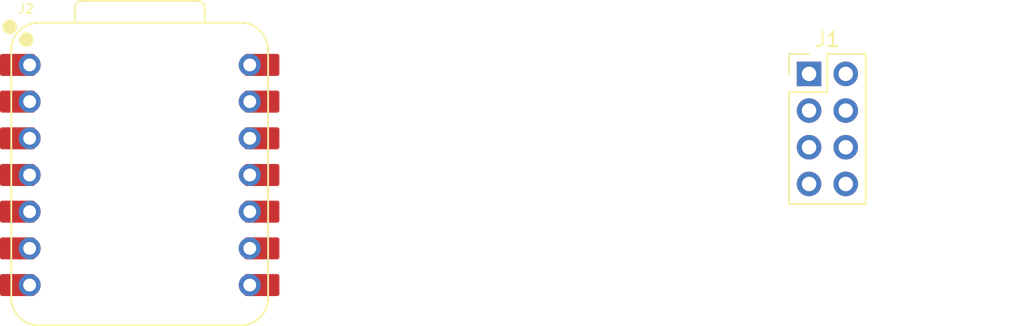
<source format=kicad_pcb>
(kicad_pcb (version 20241229) (generator "pcbnew") (generator_version "9.0")
  (title_block (title "MEM_C0RE") (date "2026-02-18") (rev "vFEB 2026") (comment 1 "Design for JLCPCB 1-2 Layer Service") (comment 3 "Collaborators: Preston Clayton, Cainan Enneking, Julian Montano, Kenric Tee") (comment 4 "Author: Surendra Jammishetti"))
  (layers (0 "F.Cu" signal "Front") (4 "In1.Cu" signal) (6 "In2.Cu" signal) (2 "B.Cu" signal "Back") (13 "F.Paste" user) (15 "B.Paste" user) (5 "F.SilkS" user "F.Silkscreen") (7 "B.SilkS" user "B.Silkscreen") (1 "F.Mask" user) (3 "B.Mask" user) (25 "Edge.Cuts" user))
  (net 0 "")
  (net 4 "/GND")
  (net 5 "/SDA")
  (net 6 "/D{slash}C")
  (net 7 "/3V3")
  (net 8 "/CS")
  (net 9 "/SCL")
  (net 10 "/RES")
  (net 11 "/BUSY")
  (footprint "Seeed Studio XIAO Series Library:XIAO-ESP32C3-DIP" (layer "F.Cu") (at 134.74 108.38)
    (property "Reference" "J2" (at -8 -11.5 0) (layer "F.SilkS") (effects (font (size 0.635 0.635) (thickness 0.1016))))
    (property "Value" "Seeed Studio Xiao ESP32-C3")
    (fp_line (start -9.01 8.509) (end -9.01 -8.636) (stroke (width 0.127)) (layer "F.SilkS"))
    (fp_line (start -7.105 10.414) (end 6.865 10.414) (stroke (width 0.127)) (layer "F.SilkS"))
    (fp_line (start -4.615 -10.541) (end -4.611272 -11.551272) (stroke (width 0.127)) (layer "F.SilkS"))
    (fp_line (start -4.111272 -12.051) (end 3.884 -12.051) (stroke (width 0.127)) (layer "F.SilkS"))
    (fp_line (start 4.384 -11.551) (end 4.384 -10.541) (stroke (width 0.127)) (layer "F.SilkS"))
    (fp_line (start 6.865 -10.541) (end -7.105 -10.541) (stroke (width 0.1)) (layer "F.SilkS"))
    (fp_line (start 6.865 -10.541) (end -7.105 -10.541) (stroke (width 0.127)) (layer "F.SilkS"))
    (fp_line (start 8.77 8.509) (end 8.77 -8.636) (stroke (width 0.127)) (layer "F.SilkS"))
    (fp_arc (start -9.01 -8.636) (mid -8.452038 -9.983038) (end -7.105 -10.541) (stroke (width 0.127)) (layer "F.SilkS"))
    (fp_arc (start -7.105 10.414) (mid -8.452038 9.856038) (end -9.01 8.509) (stroke (width 0.127)) (layer "F.SilkS"))
    (fp_arc (start -4.611272 -11.551272) (mid -4.464728 -11.90464) (end -4.111272 -12.051) (stroke (width 0.127)) (layer "F.SilkS"))
    (fp_arc (start 3.884 -12.051) (mid 4.237553 -11.904553) (end 4.384 -11.551) (stroke (width 0.127)) (layer "F.SilkS"))
    (fp_arc (start 6.865 -10.541) (mid 8.212038 -9.983038) (end 8.77 -8.636) (stroke (width 0.127)) (layer "F.SilkS"))
    (fp_arc (start 8.77 8.509) (mid 8.212038 9.856038) (end 6.865 10.414) (stroke (width 0.127)) (layer "F.SilkS"))
    (fp_circle (center -9.12 -10.25) (end -9.12 -10.504) (stroke (width 0.5)) (fill yes) (layer "F.SilkS"))
    (fp_circle (center -7.977 -9.37) (end -7.977 -9.624) (stroke (width 0.5)) (fill yes) (layer "F.SilkS"))
    (pad "1" smd roundrect (at -8.575 -7.62 180) (size 2.432 1.524) (layers "F.Cu" "F.Mask") (roundrect_rratio 0.1) (net 6 "/D{slash}C"))
    (pad "1" thru_hole circle (at -7.74 -7.62 180) (size 1.524 1.524) (drill 0.889) (layers "*.Cu" "*.Mask") (net 6 "/D{slash}C"))
    (pad "2" smd roundrect (at -8.575 -5.08 180) (size 2.432 1.524) (layers "F.Cu" "F.Mask") (roundrect_rratio 0.1) (net 8 "/CS"))
    (pad "2" thru_hole circle (at -7.74 -5.08 180) (size 1.524 1.524) (drill 0.889) (layers "*.Cu" "*.Mask") (net 8 "/CS"))
    (pad "3" smd roundrect (at -8.575 -2.54 180) (size 2.432 1.524) (layers "F.Cu" "F.Mask") (roundrect_rratio 0.1) (net 10 "/RES"))
    (pad "3" thru_hole circle (at -7.74 -2.54 180) (size 1.524 1.524) (drill 0.889) (layers "*.Cu" "*.Mask") (net 10 "/RES"))
    (pad "4" smd roundrect (at -8.575 0 180) (size 2.432 1.524) (layers "F.Cu" "F.Mask") (roundrect_rratio 0.1) (net 11 "/BUSY"))
    (pad "4" thru_hole circle (at -7.74 0 180) (size 1.524 1.524) (drill 0.889) (layers "*.Cu" "*.Mask") (net 11 "/BUSY"))
    (pad "5" smd roundrect (at -8.575 2.54 180) (size 2.432 1.524) (layers "F.Cu" "F.Mask") (roundrect_rratio 0.1))
    (pad "5" thru_hole circle (at -7.74 2.54 180) (size 1.524 1.524) (drill 0.889) (layers "*.Cu" "*.Mask"))
    (pad "6" smd roundrect (at -8.575 5.08 180) (size 2.432 1.524) (layers "F.Cu" "F.Mask") (roundrect_rratio 0.1))
    (pad "6" thru_hole circle (at -7.74 5.08 180) (size 1.524 1.524) (drill 0.889) (layers "*.Cu" "*.Mask"))
    (pad "7" smd roundrect (at -8.575 7.62 180) (size 2.432 1.524) (layers "F.Cu" "F.Mask") (roundrect_rratio 0.1))
    (pad "7" thru_hole circle (at -7.74 7.62 180) (size 1.524 1.524) (drill 0.889) (layers "*.Cu" "*.Mask"))
    (pad "8" thru_hole circle (at 7.5 7.62) (size 1.524 1.524) (drill 0.889) (layers "*.Cu" "*.Mask"))
    (pad "8" smd roundrect (at 8.335 7.62) (size 2.432 1.524) (layers "F.Cu" "F.Mask") (roundrect_rratio 0.1))
    (pad "9" thru_hole circle (at 7.5 5.08) (size 1.524 1.524) (drill 0.889) (layers "*.Cu" "*.Mask") (net 9 "/SCL"))
    (pad "9" smd roundrect (at 8.335 5.08) (size 2.432 1.524) (layers "F.Cu" "F.Mask") (roundrect_rratio 0.1) (net 9 "/SCL"))
    (pad "10" thru_hole circle (at 7.5 2.54) (size 1.524 1.524) (drill 0.889) (layers "*.Cu" "*.Mask"))
    (pad "10" smd roundrect (at 8.335 2.54) (size 2.432 1.524) (layers "F.Cu" "F.Mask") (roundrect_rratio 0.1))
    (pad "11" thru_hole circle (at 7.5 0) (size 1.524 1.524) (drill 0.889) (layers "*.Cu" "*.Mask") (net 5 "/SDA"))
    (pad "11" smd roundrect (at 8.335 0) (size 2.432 1.524) (layers "F.Cu" "F.Mask") (roundrect_rratio 0.1) (net 5 "/SDA"))
    (pad "12" thru_hole circle (at 7.5 -2.54) (size 1.524 1.524) (drill 0.889) (layers "*.Cu" "*.Mask") (net 7 "/3V3"))
    (pad "12" smd roundrect (at 8.335 -2.54) (size 2.432 1.524) (layers "F.Cu" "F.Mask") (roundrect_rratio 0.1) (net 7 "/3V3"))
    (pad "13" thru_hole circle (at 7.5 -5.08) (size 1.524 1.524) (drill 0.889) (layers "*.Cu" "*.Mask") (net 4 "/GND"))
    (pad "13" smd roundrect (at 8.335 -5.08) (size 2.432 1.524) (layers "F.Cu" "F.Mask") (roundrect_rratio 0.1) (net 4 "/GND"))
    (pad "14" thru_hole circle (at 7.5 -7.62) (size 1.524 1.524) (drill 0.889) (layers "*.Cu" "*.Mask"))
    (pad "14" smd roundrect (at 8.335 -7.62) (size 2.432 1.524) (layers "F.Cu" "F.Mask") (roundrect_rratio 0.1))
  )
  (footprint "Connector_PinHeader_2.54mm:PinHeader_2x04_P2.54mm_Vertical" (layer "F.Cu") (at 180.96 101.38)
    (property "Reference" "J1" (at 1.27 -2.38 0) (layer "F.SilkS"))
    (property "Value" "WeAct Studio 2.9\" E-Paper Display")
    (fp_line (start -1.38 -1.38) (end 0 -1.38) (stroke (width 0.12)) (layer "F.SilkS"))
    (fp_line (start -1.38 0) (end -1.38 -1.38) (stroke (width 0.12)) (layer "F.SilkS"))
    (fp_line (start -1.38 1.27) (end -1.38 9) (stroke (width 0.12)) (layer "F.SilkS"))
    (fp_line (start -1.38 1.27) (end 1.27 1.27) (stroke (width 0.12)) (layer "F.SilkS"))
    (fp_line (start -1.38 9) (end 3.92 9) (stroke (width 0.12)) (layer "F.SilkS"))
    (fp_line (start 1.27 -1.38) (end 3.92 -1.38) (stroke (width 0.12)) (layer "F.SilkS"))
    (fp_line (start 1.27 1.27) (end 1.27 -1.38) (stroke (width 0.12)) (layer "F.SilkS"))
    (fp_line (start 3.92 -1.38) (end 3.92 9) (stroke (width 0.12)) (layer "F.SilkS"))
    (pad "1" thru_hole rect (at 0 0) (size 1.7 1.7) (drill 1) (layers "*.Cu" "*.Mask") (net 11 "/BUSY"))
    (pad "2" thru_hole circle (at 2.54 0) (size 1.7 1.7) (drill 1) (layers "*.Cu" "*.Mask") (net 10 "/RES"))
    (pad "3" thru_hole circle (at 0 2.54) (size 1.7 1.7) (drill 1) (layers "*.Cu" "*.Mask") (net 6 "/D{slash}C"))
    (pad "4" thru_hole circle (at 2.54 2.54) (size 1.7 1.7) (drill 1) (layers "*.Cu" "*.Mask") (net 8 "/CS"))
    (pad "5" thru_hole circle (at 0 5.08) (size 1.7 1.7) (drill 1) (layers "*.Cu" "*.Mask") (net 9 "/SCL"))
    (pad "6" thru_hole circle (at 2.54 5.08) (size 1.7 1.7) (drill 1) (layers "*.Cu" "*.Mask") (net 5 "/SDA"))
    (pad "7" thru_hole circle (at 0 7.62) (size 1.7 1.7) (drill 1) (layers "*.Cu" "*.Mask") (net 4 "/GND"))
    (pad "8" thru_hole circle (at 2.54 7.62) (size 1.7 1.7) (drill 1) (layers "*.Cu" "*.Mask") (net 7 "/3V3"))
  )
)
</source>
